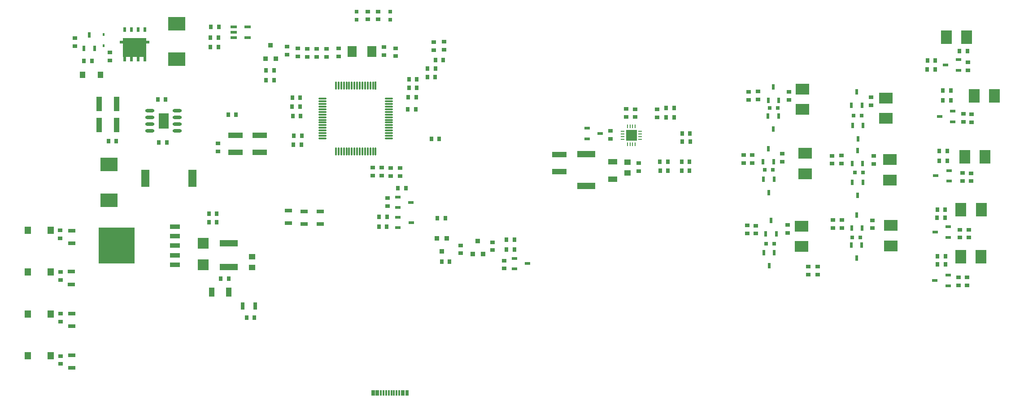
<source format=gtp>
G04*
G04 #@! TF.GenerationSoftware,Altium Limited,Altium Designer,23.10.1 (27)*
G04*
G04 Layer_Color=8421504*
%FSLAX25Y25*%
%MOIN*%
G70*
G04*
G04 #@! TF.SameCoordinates,D3AB3FBC-EAD5-4AAA-8E34-AB65D5BEE443*
G04*
G04*
G04 #@! TF.FilePolarity,Positive*
G04*
G01*
G75*
%ADD20R,0.08425X0.08425*%
%ADD21R,0.02618X0.01102*%
%ADD22R,0.01102X0.02618*%
%ADD23R,0.01181X0.03937*%
%ADD24R,0.26772X0.26772*%
%ADD25R,0.07284X0.03740*%
%ADD26R,0.04842X0.05354*%
%ADD27R,0.04724X0.01968*%
%ADD28R,0.03937X0.02362*%
%ADD29R,0.03543X0.03740*%
%ADD30R,0.03543X0.03740*%
%ADD31O,0.06890X0.02362*%
%ADD32R,0.07480X0.11811*%
%ADD33R,0.03150X0.03000*%
%ADD34R,0.02559X0.05315*%
%ADD35R,0.07874X0.07874*%
%ADD36O,0.01181X0.06299*%
%ADD37R,0.01181X0.06299*%
%ADD38O,0.06299X0.01181*%
%ADD39R,0.09843X0.07874*%
%ADD40R,0.01772X0.02323*%
%ADD41R,0.06693X0.07874*%
%ADD42R,0.06299X0.12598*%
%ADD43R,0.13780X0.04724*%
%ADD44R,0.10630X0.03937*%
%ADD45R,0.07087X0.03937*%
%ADD46R,0.03937X0.07087*%
%ADD47R,0.05118X0.03937*%
%ADD48R,0.02756X0.03347*%
%ADD49R,0.03347X0.02756*%
%ADD50R,0.05315X0.02559*%
%ADD51R,0.02126X0.03543*%
%ADD52R,0.06299X0.01968*%
%ADD53R,0.07874X0.14410*%
%ADD54R,0.09843X0.14410*%
%ADD55R,0.03000X0.03150*%
%ADD56R,0.02362X0.03937*%
%ADD57R,0.04331X0.04724*%
%ADD58R,0.12992X0.09843*%
%ADD59R,0.03937X0.10630*%
%ADD60R,0.13780X0.05118*%
%ADD61R,0.07874X0.09843*%
D20*
X458215Y215215D02*
D03*
D21*
X451689Y212262D02*
D03*
Y214231D02*
D03*
Y216199D02*
D03*
Y218168D02*
D03*
X464741D02*
D03*
Y216199D02*
D03*
Y214231D02*
D03*
Y212262D02*
D03*
D22*
X455262Y221741D02*
D03*
X457231D02*
D03*
X459199D02*
D03*
X461168D02*
D03*
Y208689D02*
D03*
X459199D02*
D03*
X457231D02*
D03*
X455262D02*
D03*
D23*
X290908Y23700D02*
D03*
X292089D02*
D03*
X288939D02*
D03*
X287758D02*
D03*
X285790D02*
D03*
X283821D02*
D03*
X281853D02*
D03*
X279884D02*
D03*
X277916D02*
D03*
X275947D02*
D03*
X273979D02*
D03*
X272010D02*
D03*
X270042D02*
D03*
X268861D02*
D03*
X266892D02*
D03*
X265711D02*
D03*
D24*
X75593Y133353D02*
D03*
D25*
X118900Y147247D02*
D03*
Y140160D02*
D03*
Y133073D02*
D03*
Y125987D02*
D03*
Y118900D02*
D03*
D26*
X9586Y113462D02*
D03*
X26790D02*
D03*
X9586Y82295D02*
D03*
X26790D02*
D03*
X9586Y51129D02*
D03*
X26790D02*
D03*
X9586Y144629D02*
D03*
X26790D02*
D03*
D27*
X173018Y295837D02*
D03*
Y287963D02*
D03*
X162782D02*
D03*
Y291900D02*
D03*
Y295837D02*
D03*
D28*
X425350Y220415D02*
D03*
X435192Y216478D02*
D03*
X425350Y212541D02*
D03*
X371300Y123700D02*
D03*
X381143Y119763D02*
D03*
X371300Y115826D02*
D03*
X284600Y169300D02*
D03*
X294443Y165363D02*
D03*
X284600Y161426D02*
D03*
X284700Y154300D02*
D03*
X294543Y150363D02*
D03*
X284700Y146426D02*
D03*
X701415Y271489D02*
D03*
X691573Y267552D02*
D03*
X701415Y263615D02*
D03*
X693615Y111089D02*
D03*
X683773Y107152D02*
D03*
X693615Y103215D02*
D03*
X694215Y188989D02*
D03*
X684373Y185052D02*
D03*
X694215Y181115D02*
D03*
X693815Y147089D02*
D03*
X683973Y143152D02*
D03*
X693815Y139215D02*
D03*
X697115Y233089D02*
D03*
X687273Y229152D02*
D03*
X697115Y225215D02*
D03*
D29*
X186460Y272379D02*
D03*
X190200Y282221D02*
D03*
X344200Y136621D02*
D03*
X340460Y126779D02*
D03*
X317300Y128779D02*
D03*
X321040Y138621D02*
D03*
D30*
X193940Y272379D02*
D03*
X347940Y126779D02*
D03*
X313560Y138621D02*
D03*
D31*
X120836Y218500D02*
D03*
Y223500D02*
D03*
Y228500D02*
D03*
Y233500D02*
D03*
X100364Y218500D02*
D03*
Y223500D02*
D03*
Y228500D02*
D03*
Y233500D02*
D03*
D32*
X110600Y226000D02*
D03*
D33*
X567115Y235415D02*
D03*
X561115D02*
D03*
X558315Y134515D02*
D03*
X564315D02*
D03*
X622215Y139315D02*
D03*
X628215D02*
D03*
X624215Y187615D02*
D03*
X630215D02*
D03*
X557515Y189415D02*
D03*
X563515D02*
D03*
X623415Y229915D02*
D03*
X629415D02*
D03*
D34*
X169300Y88300D02*
D03*
X178749D02*
D03*
D35*
X140200Y119000D02*
D03*
Y134748D02*
D03*
D36*
X260326Y252300D02*
D03*
X266231D02*
D03*
X264263D02*
D03*
X262295D02*
D03*
X258358D02*
D03*
X256389D02*
D03*
X254420D02*
D03*
X252452D02*
D03*
X250483D02*
D03*
X248515D02*
D03*
X246547D02*
D03*
X238672Y203087D02*
D03*
X240641D02*
D03*
X242610D02*
D03*
X244578D02*
D03*
X246547D02*
D03*
X248515D02*
D03*
X250483D02*
D03*
X252452D02*
D03*
X254420D02*
D03*
X256389D02*
D03*
X258358D02*
D03*
X260326D02*
D03*
X262295D02*
D03*
X264263D02*
D03*
X266231D02*
D03*
X268200D02*
D03*
X244578Y252300D02*
D03*
X240641D02*
D03*
X242610D02*
D03*
X238672D02*
D03*
D37*
X268200D02*
D03*
D38*
X228830Y242458D02*
D03*
Y240489D02*
D03*
Y238521D02*
D03*
Y236552D02*
D03*
Y234583D02*
D03*
Y232615D02*
D03*
Y230646D02*
D03*
Y228678D02*
D03*
Y226710D02*
D03*
Y224741D02*
D03*
Y222773D02*
D03*
Y220804D02*
D03*
Y218835D02*
D03*
Y216867D02*
D03*
Y214898D02*
D03*
Y212930D02*
D03*
X278043D02*
D03*
Y214898D02*
D03*
Y216867D02*
D03*
Y218835D02*
D03*
Y220804D02*
D03*
Y222773D02*
D03*
Y224741D02*
D03*
Y226710D02*
D03*
Y228678D02*
D03*
Y230646D02*
D03*
Y232615D02*
D03*
Y234583D02*
D03*
Y236552D02*
D03*
Y238521D02*
D03*
Y240489D02*
D03*
Y242458D02*
D03*
D39*
X585515Y234476D02*
D03*
Y249554D02*
D03*
X584815Y147654D02*
D03*
Y132576D02*
D03*
X650915Y148054D02*
D03*
Y132976D02*
D03*
X650515Y197054D02*
D03*
Y181976D02*
D03*
X587215Y201754D02*
D03*
Y186676D02*
D03*
X647315Y242854D02*
D03*
Y227776D02*
D03*
D40*
X65900Y281747D02*
D03*
Y290054D02*
D03*
D41*
X265367Y277400D02*
D03*
X250800D02*
D03*
D42*
X97159Y183079D02*
D03*
X132199D02*
D03*
D43*
X424615Y201137D02*
D03*
Y177515D02*
D03*
D44*
X404715Y201015D02*
D03*
Y188220D02*
D03*
X164000Y215295D02*
D03*
Y202500D02*
D03*
X182000Y215295D02*
D03*
Y202500D02*
D03*
D45*
X444215Y195510D02*
D03*
Y182715D02*
D03*
D46*
X159195Y98400D02*
D03*
X146400D02*
D03*
D47*
X176500Y117000D02*
D03*
Y124874D02*
D03*
X455415Y195215D02*
D03*
Y187341D02*
D03*
D48*
X178200Y79700D02*
D03*
X172294D02*
D03*
X485460Y188937D02*
D03*
X479554D02*
D03*
X495921Y216715D02*
D03*
X501826D02*
D03*
X317300Y121100D02*
D03*
X323205D02*
D03*
X314100Y153500D02*
D03*
X320005D02*
D03*
X315500Y212500D02*
D03*
X309594D02*
D03*
X57235Y270500D02*
D03*
X51329D02*
D03*
X371300Y130200D02*
D03*
X365394D02*
D03*
X371400Y137500D02*
D03*
X365494D02*
D03*
X145694Y295900D02*
D03*
X151600D02*
D03*
X145500Y288000D02*
D03*
X151406D02*
D03*
X151300Y281000D02*
D03*
X145395D02*
D03*
X292000Y234600D02*
D03*
X297905D02*
D03*
X292895Y256800D02*
D03*
X298800D02*
D03*
X186700Y263600D02*
D03*
X192605D02*
D03*
X192700Y256100D02*
D03*
X186794D02*
D03*
X158600Y230500D02*
D03*
X164506D02*
D03*
X212206Y243200D02*
D03*
X206300D02*
D03*
X212005Y236400D02*
D03*
X206100D02*
D03*
X213005Y208100D02*
D03*
X207100D02*
D03*
X292495Y243700D02*
D03*
X298400D02*
D03*
X213305Y214900D02*
D03*
X207400D02*
D03*
X292895Y250400D02*
D03*
X298800D02*
D03*
X150200Y156900D02*
D03*
X144295D02*
D03*
X150200Y150400D02*
D03*
X144295D02*
D03*
X106300Y242000D02*
D03*
X112206D02*
D03*
X318500Y271200D02*
D03*
X312595D02*
D03*
X206600Y229700D02*
D03*
X212506D02*
D03*
X159106Y108500D02*
D03*
X153200D02*
D03*
X113005Y210000D02*
D03*
X107100D02*
D03*
X75506Y211000D02*
D03*
X69600D02*
D03*
X284695Y175900D02*
D03*
X290600D02*
D03*
X270694Y154600D02*
D03*
X276600D02*
D03*
X276505Y147100D02*
D03*
X270600D02*
D03*
X312700Y264800D02*
D03*
X306795D02*
D03*
X312500Y258600D02*
D03*
X306594D02*
D03*
X495615Y195615D02*
D03*
X501520D02*
D03*
X484015Y228580D02*
D03*
X489921D02*
D03*
X495560Y188937D02*
D03*
X501465D02*
D03*
X489915Y235515D02*
D03*
X484010D02*
D03*
X501921Y210415D02*
D03*
X496015D02*
D03*
X708015Y277915D02*
D03*
X702109D02*
D03*
X684115Y271015D02*
D03*
X678209D02*
D03*
X683915Y264315D02*
D03*
X678010D02*
D03*
X685715Y125215D02*
D03*
X691620D02*
D03*
X687015Y203415D02*
D03*
X692920D02*
D03*
X685715Y119115D02*
D03*
X691620D02*
D03*
X687115Y196215D02*
D03*
X693020D02*
D03*
X685615Y160015D02*
D03*
X691521D02*
D03*
X689815Y241315D02*
D03*
X695720D02*
D03*
X685515Y154015D02*
D03*
X691421D02*
D03*
X689715Y248615D02*
D03*
X695620D02*
D03*
X479354Y195537D02*
D03*
X485260D02*
D03*
D49*
X355100Y129800D02*
D03*
Y135706D02*
D03*
X331300Y127400D02*
D03*
Y133306D02*
D03*
X33788Y138523D02*
D03*
Y144429D02*
D03*
X33888Y76672D02*
D03*
Y82578D02*
D03*
X33988Y45123D02*
D03*
Y51029D02*
D03*
Y107523D02*
D03*
Y113429D02*
D03*
X262400Y307300D02*
D03*
Y301395D02*
D03*
X44600Y287399D02*
D03*
Y281493D02*
D03*
X70700Y270902D02*
D03*
Y276807D02*
D03*
X363800Y116100D02*
D03*
Y122006D02*
D03*
X202500Y281100D02*
D03*
Y275195D02*
D03*
X224300Y279600D02*
D03*
Y273694D02*
D03*
X283000Y280000D02*
D03*
Y274095D02*
D03*
X270200Y307300D02*
D03*
Y301395D02*
D03*
X240800Y279806D02*
D03*
Y273900D02*
D03*
X279300Y190806D02*
D03*
Y184900D02*
D03*
X272700Y191206D02*
D03*
Y185300D02*
D03*
X274300Y280806D02*
D03*
Y274900D02*
D03*
X231800Y273694D02*
D03*
Y279600D02*
D03*
X210300Y273895D02*
D03*
Y279800D02*
D03*
X266200Y191106D02*
D03*
Y185200D02*
D03*
X286400Y190806D02*
D03*
Y184900D02*
D03*
X319000Y284800D02*
D03*
Y278894D02*
D03*
X311500Y284600D02*
D03*
Y278695D02*
D03*
X217400Y273700D02*
D03*
Y279606D02*
D03*
X151200Y209106D02*
D03*
Y203200D02*
D03*
X277200Y162695D02*
D03*
Y168600D02*
D03*
X463715Y194415D02*
D03*
Y188510D02*
D03*
X708315Y263615D02*
D03*
Y269520D02*
D03*
X707815Y109415D02*
D03*
Y103509D02*
D03*
X710715Y187015D02*
D03*
Y181109D02*
D03*
X701215Y103515D02*
D03*
Y109421D02*
D03*
X704315Y181315D02*
D03*
Y187221D02*
D03*
X574315Y142615D02*
D03*
Y148521D02*
D03*
X637315Y146115D02*
D03*
Y152021D02*
D03*
X638415Y194015D02*
D03*
Y199920D02*
D03*
X544315Y148115D02*
D03*
Y142209D02*
D03*
X614715Y152115D02*
D03*
Y146210D02*
D03*
X607215Y200015D02*
D03*
Y194109D02*
D03*
X550715Y142115D02*
D03*
Y148021D02*
D03*
X608115Y146215D02*
D03*
Y152120D02*
D03*
X614515Y194215D02*
D03*
Y200120D02*
D03*
X709115Y145015D02*
D03*
Y139110D02*
D03*
X711115Y230915D02*
D03*
Y225009D02*
D03*
X702315Y139115D02*
D03*
Y145020D02*
D03*
X705015Y225215D02*
D03*
Y231120D02*
D03*
X570515Y195715D02*
D03*
Y201621D02*
D03*
X636315Y237615D02*
D03*
Y243520D02*
D03*
X575515Y241615D02*
D03*
Y247520D02*
D03*
X548150Y200447D02*
D03*
Y194541D02*
D03*
X545315Y247615D02*
D03*
Y241709D02*
D03*
X541750Y194647D02*
D03*
Y200552D02*
D03*
X552315Y247920D02*
D03*
Y242015D02*
D03*
X461115Y228809D02*
D03*
Y234715D02*
D03*
X442615Y212610D02*
D03*
Y218515D02*
D03*
X596815Y111609D02*
D03*
Y117515D02*
D03*
X477315Y234521D02*
D03*
Y228615D02*
D03*
X589815Y111609D02*
D03*
Y117515D02*
D03*
X454515Y234921D02*
D03*
Y229015D02*
D03*
D50*
X42388Y73129D02*
D03*
Y82578D02*
D03*
Y42129D02*
D03*
Y51578D02*
D03*
X42188Y104329D02*
D03*
Y113777D02*
D03*
X42388Y134929D02*
D03*
Y144378D02*
D03*
X226900Y158700D02*
D03*
Y149251D02*
D03*
X215000Y158600D02*
D03*
Y149151D02*
D03*
X203500Y159300D02*
D03*
Y149851D02*
D03*
D51*
X86562Y271722D02*
D03*
X96562D02*
D03*
Y293760D02*
D03*
X81562Y271722D02*
D03*
X86562Y293760D02*
D03*
X81562D02*
D03*
X91562Y271722D02*
D03*
Y293760D02*
D03*
D52*
X96936Y284508D02*
D03*
X81188D02*
D03*
D53*
X93683Y280472D02*
D03*
D54*
X85441D02*
D03*
D55*
X254000Y301300D02*
D03*
Y307300D02*
D03*
X278900Y301300D02*
D03*
Y307300D02*
D03*
D56*
X59400Y279900D02*
D03*
X55463Y289743D02*
D03*
X51526Y279900D02*
D03*
X556641Y127915D02*
D03*
X560578Y118072D02*
D03*
X564515Y127915D02*
D03*
X621641Y133615D02*
D03*
X625578Y123773D02*
D03*
X629515Y133615D02*
D03*
X622541Y180315D02*
D03*
X626478Y170473D02*
D03*
X630415Y180315D02*
D03*
X565989Y141915D02*
D03*
X562052Y151758D02*
D03*
X558115Y141915D02*
D03*
X629789Y146115D02*
D03*
X625852Y155957D02*
D03*
X621915Y146115D02*
D03*
X630189Y194115D02*
D03*
X626252Y203958D02*
D03*
X622315Y194115D02*
D03*
X556441Y182515D02*
D03*
X560378Y172672D02*
D03*
X564315Y182515D02*
D03*
X622641Y222515D02*
D03*
X626578Y212672D02*
D03*
X630515Y222515D02*
D03*
X559841Y229715D02*
D03*
X563778Y219872D02*
D03*
X567715Y229715D02*
D03*
X563889Y195415D02*
D03*
X559952Y205258D02*
D03*
X556015Y195415D02*
D03*
X629689Y237615D02*
D03*
X625752Y247458D02*
D03*
X621815Y237615D02*
D03*
X559915Y241315D02*
D03*
X563852Y251157D02*
D03*
X567789Y241315D02*
D03*
D57*
X50400Y260100D02*
D03*
X63727D02*
D03*
D58*
X120500Y271725D02*
D03*
Y298300D02*
D03*
X70100Y193575D02*
D03*
Y167000D02*
D03*
D59*
X62805Y238500D02*
D03*
X75600D02*
D03*
X62805Y223000D02*
D03*
X75600D02*
D03*
D60*
X159200Y117283D02*
D03*
Y135000D02*
D03*
D61*
X692376Y288315D02*
D03*
X707454D02*
D03*
X718154Y124815D02*
D03*
X703076D02*
D03*
X721054Y199315D02*
D03*
X705976D02*
D03*
X718254Y160015D02*
D03*
X703176D02*
D03*
X728054Y244415D02*
D03*
X712976D02*
D03*
M02*

</source>
